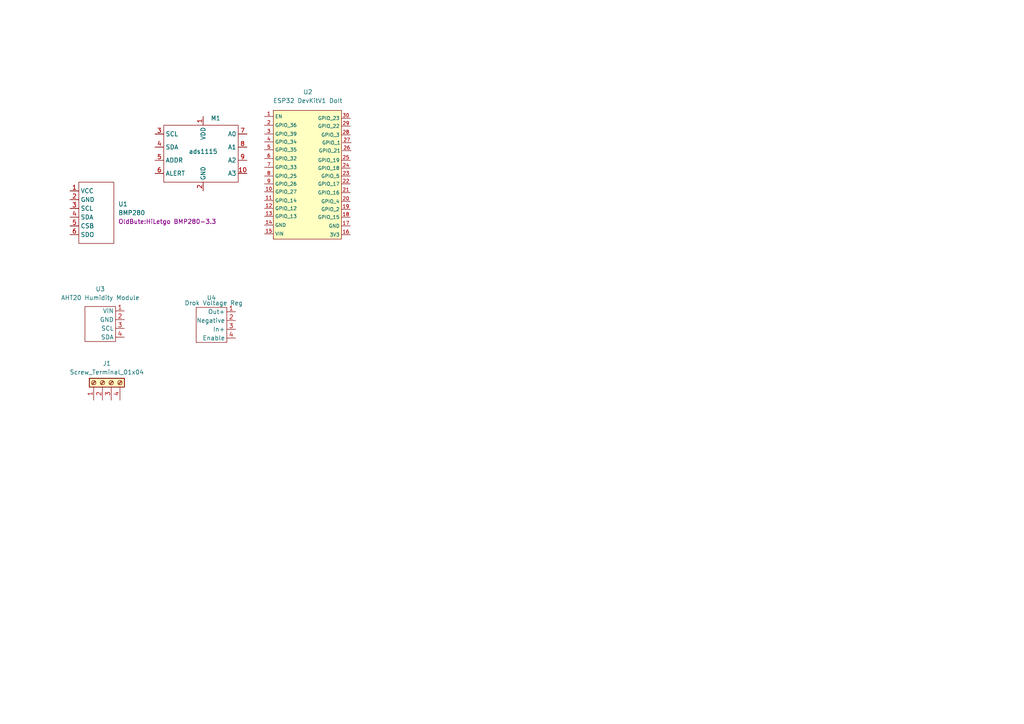
<source format=kicad_sch>
(kicad_sch (version 20230121) (generator eeschema)
  (paper "A4")
  (lib_symbols
    (symbol "Connector:Screw_Terminal_01x04" (pin_names (offset 1.016) hide)
      (property "Reference" "J" (at 0 5.08 0))
      (property "Value" "Screw_Terminal_01x04" (at 0 -7.62 0))
      (symbol "Screw_Terminal_01x04_1_1"
        (rectangle (start -1.27 3.81) (end 1.27 -6.35) (stroke (width 0.254)) (fill (type background)))
        (circle (center 0 -5.08) (radius 0.635) (stroke (width 0.1524)))
        (circle (center 0 -2.54) (radius 0.635) (stroke (width 0.1524)))
        (polyline (pts (xy -0.5334 -4.7498) (xy 0.3302 -5.588)) (stroke (width 0.1524)))
        (polyline (pts (xy -0.5334 -2.2098) (xy 0.3302 -3.048)) (stroke (width 0.1524)))
        (polyline (pts (xy -0.5334 0.3302) (xy 0.3302 -0.508)) (stroke (width 0.1524)))
        (polyline (pts (xy -0.5334 2.8702) (xy 0.3302 2.032)) (stroke (width 0.1524)))
        (polyline (pts (xy -0.3556 -4.572) (xy 0.508 -5.4102)) (stroke (width 0.1524)))
        (polyline (pts (xy -0.3556 -2.032) (xy 0.508 -2.8702)) (stroke (width 0.1524)))
        (polyline (pts (xy -0.3556 0.508) (xy 0.508 -0.3302)) (stroke (width 0.1524)))
        (polyline (pts (xy -0.3556 3.048) (xy 0.508 2.2098)) (stroke (width 0.1524)))
        (circle (center 0 0) (radius 0.635) (stroke (width 0.1524)))
        (circle (center 0 2.54) (radius 0.635) (stroke (width 0.1524)))
        (pin passive line (at -5.08 2.54 0) (length 3.81) (name "Pin_1") (number "1"))
        (pin passive line (at -5.08 0 0) (length 3.81) (name "Pin_2") (number "2"))
        (pin passive line (at -5.08 -2.54 0) (length 3.81) (name "Pin_3") (number "3"))
        (pin passive line (at -5.08 -5.08 0) (length 3.81) (name "Pin_4") (number "4"))
      )
    )
    (symbol "OldBute:ADS1115"
      (property "Reference" "M" (at -10.16 8.89 0))
      (symbol "ADS1115_0_1"
        (rectangle (start -11.43 7.62) (end 10.16 -8.89))
      )
      (symbol "ADS1115_1_1"
        (pin power_in line (at 0 10.16 270) (length 2.54) (name "VDD") (number "1"))
        (pin input line (at 12.7 -6.35 180) (length 2.54) (name "A3") (number "10"))
        (pin power_in line (at 0 -11.43 90) (length 2.54) (name "GND") (number "2"))
        (pin power_in line (at -13.97 5.08 0) (length 2.54) (name "SCL") (number "3"))
        (pin bidirectional line (at -13.97 1.27 0) (length 2.54) (name "SDA") (number "4"))
        (pin bidirectional line (at -13.97 -2.54 0) (length 2.54) (name "ADDR") (number "5"))
        (pin bidirectional line (at -13.97 -6.35 0) (length 2.54) (name "ALERT") (number "6"))
        (pin input line (at 12.7 5.08 180) (length 2.54) (name "A0") (number "7"))
        (pin input line (at 12.7 1.27 180) (length 2.54) (name "A1") (number "8"))
        (pin input line (at 12.7 -2.54 180) (length 2.54) (name "A2") (number "9"))
      )
    )
    (symbol "OldBute:AHT20 Humidity Module"
      (property "Reference" "U" (at 0 3.81 0))
      (property "Value" "AHT20 Humidity Module" (at 0 1.27 0))
      (symbol "AHT20 Humidity Module_0_1"
        (rectangle (start -8.89 0) (end 0 -10.16))
      )
      (symbol "AHT20 Humidity Module_1_1"
        (pin power_in line (at 2.54 -1.27 180) (length 2.54) (name "VIN") (number "1"))
        (pin power_in line (at 2.54 -3.81 180) (length 2.54) (name "GND") (number "2"))
        (pin input line (at 2.54 -6.35 180) (length 2.54) (name "SCL") (number "3"))
        (pin bidirectional line (at 2.54 -8.89 180) (length 2.54) (name "SDA") (number "4"))
      )
    )
    (symbol "OldBute:Drok_Vreg"
      (property "Reference" "U" (at 0 1.778 0))
      (symbol "Drok_Vreg_0_1"
        (rectangle (start -8.89 0) (end 0 -10.16))
      )
      (symbol "Drok_Vreg_1_1"
        (pin output line (at 2.54 -1.27 180) (length 2.54) (name "Out+") (number "1"))
        (pin input line (at 2.54 -3.81 180) (length 2.54) (name "Negative") (number "2"))
        (pin input line (at 2.54 -6.35 180) (length 2.54) (name "In+") (number "3"))
        (pin passive line (at 2.54 -8.89 180) (length 2.54) (name "Enable") (number "4"))
      )
    )
    (symbol "OldBute:ESP32_DevkitV1_DoIt"
      (property "Reference" "U" (at 0 2.794 0))
      (property "Value" "ESP32 DevKitV1 DoIt" (at -0.254 0.762 0))
      (symbol "ESP32_DevkitV1_DoIt_1_1"
        (rectangle (start -9.906 -0.762) (end 9.906 -38.1) (fill (type background)))
        (pin input line (at -12.446 -2.54 0) (length 2.54) (name "EN") (number "1"))
        (pin bidirectional line (at -12.446 -24.384 0) (length 2.54) (name "GPIO_27") (number "10"))
        (pin bidirectional line (at -12.446 -26.924 0) (length 2.54) (name "GPIO_14") (number "11"))
        (pin bidirectional line (at -12.446 -29.21 0) (length 2.54) (name "GPIO_12") (number "12"))
        (pin bidirectional line (at -12.446 -31.496 0) (length 2.54) (name "GPIO_13") (number "13"))
        (pin power_in line (at -12.446 -34.036 0) (length 2.54) (name "GND") (number "14"))
        (pin power_in line (at -12.446 -36.576 0) (length 2.54) (name "VIN") (number "15"))
        (pin bidirectional line (at 12.446 -36.83 180) (length 2.54) (name "3V3") (number "16"))
        (pin power_in line (at 12.446 -34.29 180) (length 2.54) (name "GND") (number "17"))
        (pin bidirectional line (at 12.446 -31.75 180) (length 2.54) (name "GPIO_15") (number "18"))
        (pin bidirectional line (at 12.446 -29.464 180) (length 2.54) (name "GPIO_2") (number "19"))
        (pin bidirectional line (at -12.446 -5.08 0) (length 2.54) (name "GPIO_36") (number "2"))
        (pin bidirectional line (at 12.446 -27.178 180) (length 2.54) (name "GPIO_4") (number "20"))
        (pin bidirectional line (at 12.446 -24.638 180) (length 2.54) (name "GPIO_16") (number "21"))
        (pin bidirectional line (at 12.446 -22.098 180) (length 2.54) (name "GPIO_17") (number "22"))
        (pin bidirectional line (at 12.446 -19.812 180) (length 2.54) (name "GPIO_5") (number "23"))
        (pin bidirectional line (at 12.446 -17.526 180) (length 2.54) (name "GPIO_18") (number "24"))
        (pin bidirectional line (at 12.446 -15.24 180) (length 2.54) (name "GPIO_19") (number "25"))
        (pin bidirectional line (at 12.7 -12.446 180) (length 2.54) (name "GPIO_21") (number "26"))
        (pin bidirectional line (at 12.7 -10.16 180) (length 2.54) (name "GPIO_1") (number "27"))
        (pin bidirectional line (at 12.446 -7.874 180) (length 2.54) (name "GPIO_3") (number "28"))
        (pin bidirectional line (at 12.446 -5.334 180) (length 2.54) (name "GPIO_22") (number "29"))
        (pin bidirectional line (at -12.446 -7.62 0) (length 2.54) (name "GPIO_39") (number "3"))
        (pin bidirectional line (at 12.446 -3.048 180) (length 2.54) (name "GPIO_23") (number "30"))
        (pin bidirectional line (at -12.446 -9.906 0) (length 2.54) (name "GPIO_34") (number "4"))
        (pin bidirectional line (at -12.446 -12.192 0) (length 2.54) (name "GPIO_35") (number "5"))
        (pin bidirectional line (at -12.446 -14.732 0) (length 2.54) (name "GPIO_32") (number "6"))
        (pin bidirectional line (at -12.446 -17.272 0) (length 2.54) (name "GPIO_33") (number "7"))
        (pin bidirectional line (at -12.446 -19.812 0) (length 2.54) (name "GPIO_25") (number "8"))
        (pin bidirectional line (at -12.446 -22.098 0) (length 2.54) (name "GPIO_26") (number "9"))
      )
    )
    (symbol "OldBute:HiLetgo_BMP280-3.3"
      (property "Reference" "U" (at -0.254 2.794 0))
      (property "Footprint" "User:HiLetgo BMP280-3.3" (at -2.286 1.016 0))
      (symbol "HiLetgo_BMP280-3.3_1_1"
        (rectangle (start -4.826 0) (end 5.334 -17.78))
        (pin input line (at -7.366 -2.54 0) (length 2.54) (name "VCC") (number "1"))
        (pin input line (at -7.366 -5.08 0) (length 2.54) (name "GND") (number "2"))
        (pin input line (at -7.366 -7.62 0) (length 2.54) (name "SCL") (number "3"))
        (pin input line (at -7.366 -10.16 0) (length 2.54) (name "SDA") (number "4"))
        (pin input line (at -7.366 -12.7 0) (length 2.54) (name "CSB") (number "5"))
        (pin input line (at -7.366 -15.24 0) (length 2.54) (name "SDO") (number "6"))
      )
    )
  )
  (symbol (lib_id "OldBute:AHT20 Humidity Module") (at 33.528 88.9 0) (unit 1)
    (property "Reference" "U3" (at 29.083 83.82 0))
    (property "Value" "AHT20 Humidity Module" (at 29.083 86.36 0))
    (property "Footprint" "OldBute:AHT20 Humidity Module" (effects hide))
  )
  (symbol (lib_id "OldBute:Drok_Vreg") (at 65.786 89.154 0) (unit 1)
    (property "Reference" "U4" (at 61.341 86.36 0))
    (property "Value" "Drok Voltage Reg" (at 61.976 87.884 0))
    (property "Footprint" "OldBute:Drok Vreg" (effects hide))
  )
  (symbol (lib_id "OldBute:HiLetgo_BMP280-3.3") (at 27.686 52.832 0) (unit 1)
    (property "Reference" "U1" (at 34.29 59.182 0) (effects (justify left)))
    (property "Value" "BMP280" (at 34.29 61.722 0) (effects (justify left)))
    (property "Footprint" "OldBute:HiLetgo BMP280-3.3" (at 34.29 64.262 0) (effects (justify left)))
  )
  (symbol (lib_id "OldBute:ESP32_DevkitV1_DoIt") (at 89.154 31.242 0) (unit 1)
    (property "Reference" "U2" (at 89.281 26.67 0))
    (property "Value" "ESP32 DevKitV1 DoIt" (at 89.281 29.21 0))
    (property "Footprint" "OldBute:ESP32 DevKitV1 DoIt" (effects hide))
  )
  (symbol (lib_id "Connector:Screw_Terminal_01x04") (at 29.718 110.998 90) (unit 1)
    (property "Reference" "J1" (at 30.988 105.41 90))
    (property "Value" "Screw_Terminal_01x04" (at 30.988 107.95 90))
    (property "Footprint" "OldBute:Screw Terminal 2.54 x4" (effects hide))
  )
  (symbol (lib_id "OldBute:ADS1115") (at 58.928 43.942 0) (unit 1)
    (property "Reference" "M1" (at 61.1221 34.29 0) (effects (justify left)))
    (property "Value" "ads1115" (at 58.928 43.942 0))
    (property "Footprint" "OldBute:ADS1115" (effects hide))
  )
)
</source>
